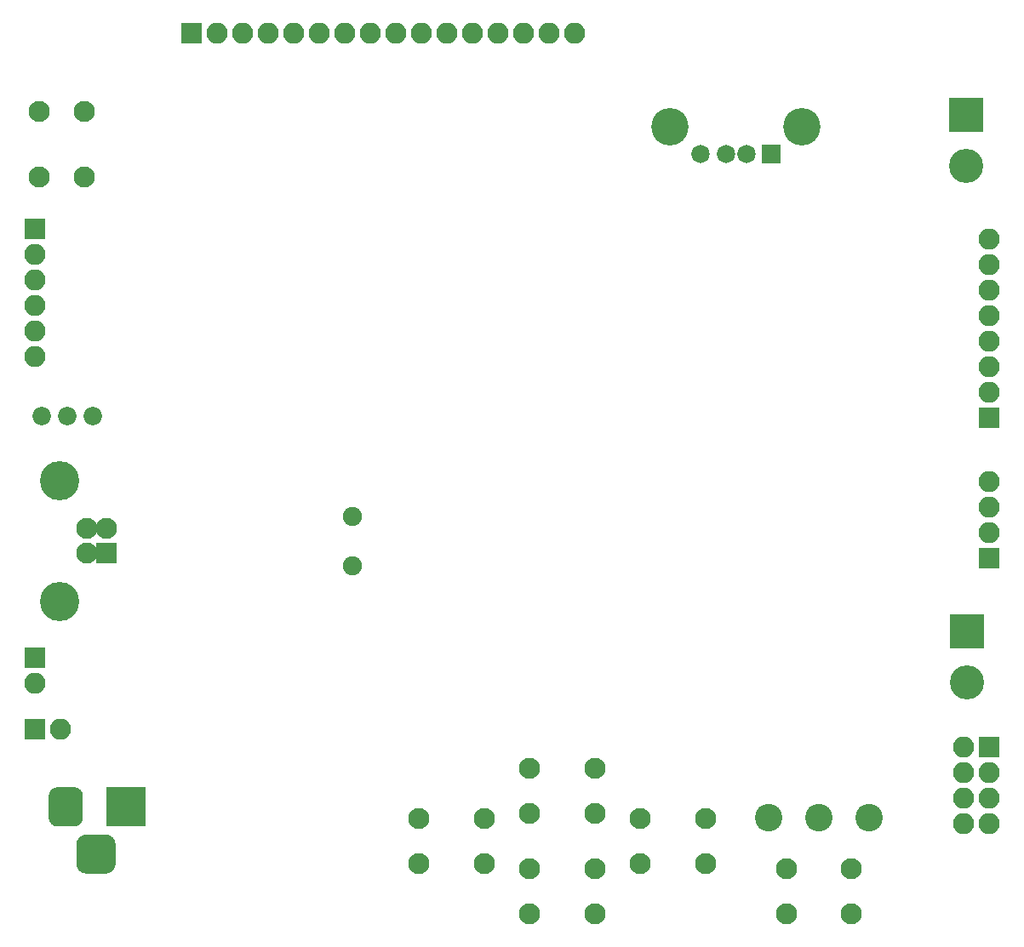
<source format=gbs>
G04 #@! TF.GenerationSoftware,KiCad,Pcbnew,(5.1.6)-1*
G04 #@! TF.CreationDate,2020-07-08T23:31:11-03:00*
G04 #@! TF.ProjectId,Projeto GTA,50726f6a-6574-46f2-9047-54412e6b6963,1.0*
G04 #@! TF.SameCoordinates,Original*
G04 #@! TF.FileFunction,Soldermask,Bot*
G04 #@! TF.FilePolarity,Negative*
%FSLAX46Y46*%
G04 Gerber Fmt 4.6, Leading zero omitted, Abs format (unit mm)*
G04 Created by KiCad (PCBNEW (5.1.6)-1) date 2020-07-08 23:31:11*
%MOMM*%
%LPD*%
G01*
G04 APERTURE LIST*
%ADD10C,2.100000*%
%ADD11C,3.716000*%
%ADD12C,1.828000*%
%ADD13R,1.828000X1.828000*%
%ADD14O,2.100000X2.100000*%
%ADD15R,2.100000X2.100000*%
%ADD16C,3.900000*%
%ADD17R,3.400000X3.400000*%
%ADD18C,3.400000*%
%ADD19C,1.840000*%
%ADD20C,2.740000*%
%ADD21R,3.900000X3.900000*%
%ADD22C,1.900000*%
G04 APERTURE END LIST*
D10*
X102493200Y-56845200D03*
X97993200Y-56845200D03*
X102493200Y-50345200D03*
X97993200Y-50345200D03*
X172268200Y-130204600D03*
X172268200Y-125704600D03*
X178768200Y-130204600D03*
X178768200Y-125704600D03*
X157725000Y-125204600D03*
X157725000Y-120704600D03*
X164225000Y-125204600D03*
X164225000Y-120704600D03*
X146725000Y-130204600D03*
X146725000Y-125704600D03*
X153225000Y-130204600D03*
X153225000Y-125704600D03*
X146725000Y-120204600D03*
X146725000Y-115704600D03*
X153225000Y-120204600D03*
X153225000Y-115704600D03*
X135725000Y-125204600D03*
X135725000Y-120704600D03*
X142225000Y-125204600D03*
X142225000Y-120704600D03*
D11*
X160714520Y-51889840D03*
X173854520Y-51889840D03*
D12*
X163784520Y-54599840D03*
X166284520Y-54599840D03*
X168284520Y-54599840D03*
D13*
X170784520Y-54599840D03*
D14*
X192481200Y-63045000D03*
X192481200Y-65585000D03*
X192481200Y-68125000D03*
X192481200Y-70665000D03*
X192481200Y-73205000D03*
X192481200Y-75745000D03*
X192481200Y-78285000D03*
D15*
X192481200Y-80825000D03*
D14*
X100090000Y-111836200D03*
D15*
X97550000Y-111836200D03*
X97550000Y-104724200D03*
D14*
X97550000Y-107264200D03*
D15*
X192481200Y-94800000D03*
D14*
X192481200Y-92260000D03*
X192481200Y-89720000D03*
X192481200Y-87180000D03*
D15*
X192450000Y-113600000D03*
D14*
X189910000Y-113600000D03*
X192450000Y-116140000D03*
X189910000Y-116140000D03*
X192450000Y-118680000D03*
X189910000Y-118680000D03*
X192450000Y-121220000D03*
X189910000Y-121220000D03*
D15*
X104698800Y-94335600D03*
D10*
X104698800Y-91835600D03*
X102698800Y-91835600D03*
X102698800Y-94335600D03*
D16*
X99988800Y-99105600D03*
X99988800Y-87065600D03*
D17*
X190250000Y-102085000D03*
D18*
X190250000Y-107165000D03*
D19*
X98250000Y-80670300D03*
X100790000Y-80670300D03*
X103330000Y-80670300D03*
D15*
X97550000Y-62075000D03*
D14*
X97550000Y-64615000D03*
X97550000Y-67155000D03*
X97550000Y-69695000D03*
X97550000Y-72235000D03*
X97550000Y-74775000D03*
D18*
X190200000Y-55790000D03*
D17*
X190200000Y-50710000D03*
D20*
X170543200Y-120625000D03*
X175543200Y-120625000D03*
X180543200Y-120625000D03*
D21*
X106621580Y-119554600D03*
G36*
G01*
X98921580Y-120654600D02*
X98921580Y-118454600D01*
G75*
G02*
X99771580Y-117604600I850000J0D01*
G01*
X101471580Y-117604600D01*
G75*
G02*
X102321580Y-118454600I0J-850000D01*
G01*
X102321580Y-120654600D01*
G75*
G02*
X101471580Y-121504600I-850000J0D01*
G01*
X99771580Y-121504600D01*
G75*
G02*
X98921580Y-120654600I0J850000D01*
G01*
G37*
G36*
G01*
X101671580Y-125229600D02*
X101671580Y-123279600D01*
G75*
G02*
X102646580Y-122304600I975000J0D01*
G01*
X104596580Y-122304600D01*
G75*
G02*
X105571580Y-123279600I0J-975000D01*
G01*
X105571580Y-125229600D01*
G75*
G02*
X104596580Y-126204600I-975000J0D01*
G01*
X102646580Y-126204600D01*
G75*
G02*
X101671580Y-125229600I0J975000D01*
G01*
G37*
D15*
X113100000Y-42550000D03*
D14*
X115640000Y-42550000D03*
X118180000Y-42550000D03*
X120720000Y-42550000D03*
X123260000Y-42550000D03*
X125800000Y-42550000D03*
X128340000Y-42550000D03*
X130880000Y-42550000D03*
X133420000Y-42550000D03*
X135960000Y-42550000D03*
X138500000Y-42550000D03*
X141040000Y-42550000D03*
X143580000Y-42550000D03*
X146120000Y-42550000D03*
X148660000Y-42550000D03*
X151200000Y-42550000D03*
D22*
X129102271Y-95535600D03*
X129102271Y-90655600D03*
M02*

</source>
